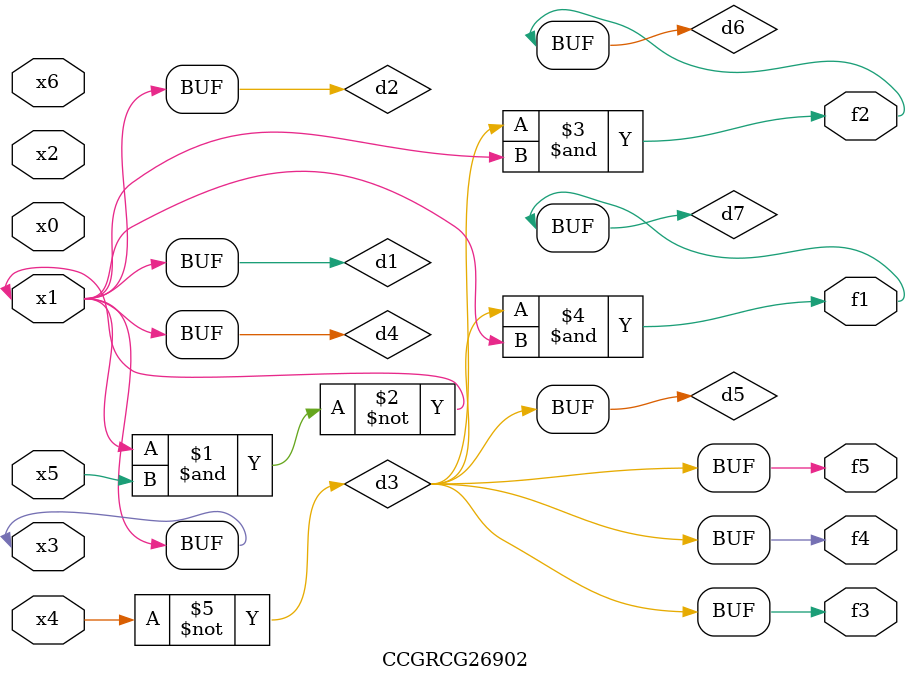
<source format=v>
module CCGRCG26902(
	input x0, x1, x2, x3, x4, x5, x6,
	output f1, f2, f3, f4, f5
);

	wire d1, d2, d3, d4, d5, d6, d7;

	buf (d1, x1, x3);
	nand (d2, x1, x5);
	not (d3, x4);
	buf (d4, d1, d2);
	buf (d5, d3);
	and (d6, d3, d4);
	and (d7, d3, d4);
	assign f1 = d7;
	assign f2 = d6;
	assign f3 = d5;
	assign f4 = d5;
	assign f5 = d5;
endmodule

</source>
